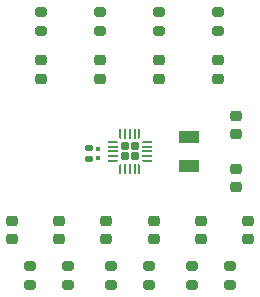
<source format=gbr>
%TF.GenerationSoftware,KiCad,Pcbnew,9.0.2*%
%TF.CreationDate,2025-05-30T03:52:38+02:00*%
%TF.ProjectId,Clock10,436c6f63-6b31-4302-9e6b-696361645f70,rev?*%
%TF.SameCoordinates,Original*%
%TF.FileFunction,Paste,Top*%
%TF.FilePolarity,Positive*%
%FSLAX46Y46*%
G04 Gerber Fmt 4.6, Leading zero omitted, Abs format (unit mm)*
G04 Created by KiCad (PCBNEW 9.0.2) date 2025-05-30 03:52:38*
%MOMM*%
%LPD*%
G01*
G04 APERTURE LIST*
G04 Aperture macros list*
%AMRoundRect*
0 Rectangle with rounded corners*
0 $1 Rounding radius*
0 $2 $3 $4 $5 $6 $7 $8 $9 X,Y pos of 4 corners*
0 Add a 4 corners polygon primitive as box body*
4,1,4,$2,$3,$4,$5,$6,$7,$8,$9,$2,$3,0*
0 Add four circle primitives for the rounded corners*
1,1,$1+$1,$2,$3*
1,1,$1+$1,$4,$5*
1,1,$1+$1,$6,$7*
1,1,$1+$1,$8,$9*
0 Add four rect primitives between the rounded corners*
20,1,$1+$1,$2,$3,$4,$5,0*
20,1,$1+$1,$4,$5,$6,$7,0*
20,1,$1+$1,$6,$7,$8,$9,0*
20,1,$1+$1,$8,$9,$2,$3,0*%
%AMFreePoly0*
4,1,14,0.334644,0.085355,0.385355,0.034644,0.400000,-0.000711,0.400000,-0.050000,0.385355,-0.085355,0.350000,-0.100000,-0.350000,-0.100000,-0.385355,-0.085355,-0.400000,-0.050000,-0.400000,0.050000,-0.385355,0.085355,-0.350000,0.100000,0.299289,0.100000,0.334644,0.085355,0.334644,0.085355,$1*%
%AMFreePoly1*
4,1,14,0.385355,0.085355,0.400000,0.050000,0.400000,0.000711,0.385355,-0.034644,0.334644,-0.085355,0.299289,-0.100000,-0.350000,-0.100000,-0.385355,-0.085355,-0.400000,-0.050000,-0.400000,0.050000,-0.385355,0.085355,-0.350000,0.100000,0.350000,0.100000,0.385355,0.085355,0.385355,0.085355,$1*%
%AMFreePoly2*
4,1,14,0.085355,0.385355,0.100000,0.350000,0.100000,-0.350000,0.085355,-0.385355,0.050000,-0.400000,-0.050000,-0.400000,-0.085355,-0.385355,-0.100000,-0.350000,-0.100000,0.299289,-0.085355,0.334644,-0.034644,0.385355,0.000711,0.400000,0.050000,0.400000,0.085355,0.385355,0.085355,0.385355,$1*%
%AMFreePoly3*
4,1,14,0.034644,0.385355,0.085355,0.334644,0.100000,0.299289,0.100000,-0.350000,0.085355,-0.385355,0.050000,-0.400000,-0.050000,-0.400000,-0.085355,-0.385355,-0.100000,-0.350000,-0.100000,0.350000,-0.085355,0.385355,-0.050000,0.400000,-0.000711,0.400000,0.034644,0.385355,0.034644,0.385355,$1*%
%AMFreePoly4*
4,1,14,0.385355,0.085355,0.400000,0.050000,0.400000,-0.050000,0.385355,-0.085355,0.350000,-0.100000,-0.299289,-0.100000,-0.334644,-0.085355,-0.385355,-0.034644,-0.400000,0.000711,-0.400000,0.050000,-0.385355,0.085355,-0.350000,0.100000,0.350000,0.100000,0.385355,0.085355,0.385355,0.085355,$1*%
%AMFreePoly5*
4,1,14,0.385355,0.085355,0.400000,0.050000,0.400000,-0.050000,0.385355,-0.085355,0.350000,-0.100000,-0.350000,-0.100000,-0.385355,-0.085355,-0.400000,-0.050000,-0.400000,-0.000711,-0.385355,0.034644,-0.334644,0.085355,-0.299289,0.100000,0.350000,0.100000,0.385355,0.085355,0.385355,0.085355,$1*%
%AMFreePoly6*
4,1,14,0.085355,0.385355,0.100000,0.350000,0.100000,-0.299289,0.085355,-0.334644,0.034644,-0.385355,-0.000711,-0.400000,-0.050000,-0.400000,-0.085355,-0.385355,-0.100000,-0.350000,-0.100000,0.350000,-0.085355,0.385355,-0.050000,0.400000,0.050000,0.400000,0.085355,0.385355,0.085355,0.385355,$1*%
%AMFreePoly7*
4,1,14,0.085355,0.385355,0.100000,0.350000,0.100000,-0.350000,0.085355,-0.385355,0.050000,-0.400000,0.000711,-0.400000,-0.034644,-0.385355,-0.085355,-0.334644,-0.100000,-0.299289,-0.100000,0.350000,-0.085355,0.385355,-0.050000,0.400000,0.050000,0.400000,0.085355,0.385355,0.085355,0.385355,$1*%
G04 Aperture macros list end*
%ADD10RoundRect,0.200000X-0.275000X0.200000X-0.275000X-0.200000X0.275000X-0.200000X0.275000X0.200000X0*%
%ADD11RoundRect,0.218750X0.256250X-0.218750X0.256250X0.218750X-0.256250X0.218750X-0.256250X-0.218750X0*%
%ADD12RoundRect,0.172500X-0.172500X-0.172500X0.172500X-0.172500X0.172500X0.172500X-0.172500X0.172500X0*%
%ADD13FreePoly0,0.000000*%
%ADD14RoundRect,0.050000X-0.350000X-0.050000X0.350000X-0.050000X0.350000X0.050000X-0.350000X0.050000X0*%
%ADD15FreePoly1,0.000000*%
%ADD16FreePoly2,0.000000*%
%ADD17RoundRect,0.050000X-0.050000X-0.350000X0.050000X-0.350000X0.050000X0.350000X-0.050000X0.350000X0*%
%ADD18FreePoly3,0.000000*%
%ADD19FreePoly4,0.000000*%
%ADD20FreePoly5,0.000000*%
%ADD21FreePoly6,0.000000*%
%ADD22FreePoly7,0.000000*%
%ADD23RoundRect,0.200000X0.275000X-0.200000X0.275000X0.200000X-0.275000X0.200000X-0.275000X-0.200000X0*%
%ADD24RoundRect,0.225000X-0.250000X0.225000X-0.250000X-0.225000X0.250000X-0.225000X0.250000X0.225000X0*%
%ADD25RoundRect,0.218750X-0.256250X0.218750X-0.256250X-0.218750X0.256250X-0.218750X0.256250X0.218750X0*%
%ADD26RoundRect,0.079500X0.100500X-0.079500X0.100500X0.079500X-0.100500X0.079500X-0.100500X-0.079500X0*%
%ADD27R,1.800000X1.000000*%
%ADD28RoundRect,0.225000X0.250000X-0.225000X0.250000X0.225000X-0.250000X0.225000X-0.250000X-0.225000X0*%
%ADD29RoundRect,0.140000X0.170000X-0.140000X0.170000X0.140000X-0.170000X0.140000X-0.170000X-0.140000X0*%
G04 APERTURE END LIST*
D10*
%TO.C,R6*%
X94750000Y-109675000D03*
X94750000Y-111325000D03*
%TD*%
D11*
%TO.C,D9*%
X106000000Y-107427500D03*
X106000000Y-105852500D03*
%TD*%
%TO.C,D5*%
X90000000Y-107427500D03*
X90000000Y-105852500D03*
%TD*%
D12*
%TO.C,U1*%
X99575000Y-99575000D03*
X99575000Y-100425000D03*
X100425000Y-99575000D03*
X100425000Y-100425000D03*
D13*
X98550000Y-99200000D03*
D14*
X98550000Y-99600000D03*
X98550000Y-100000000D03*
X98550000Y-100400000D03*
D15*
X98550000Y-100800000D03*
D16*
X99200000Y-101450000D03*
D17*
X99600000Y-101450000D03*
X100000000Y-101450000D03*
X100400000Y-101450000D03*
D18*
X100800000Y-101450000D03*
D19*
X101450000Y-100800000D03*
D14*
X101450000Y-100400000D03*
X101450000Y-100000000D03*
X101450000Y-99600000D03*
D20*
X101450000Y-99200000D03*
D21*
X100800000Y-98550000D03*
D17*
X100400000Y-98550000D03*
X100000000Y-98550000D03*
X99600000Y-98550000D03*
D22*
X99200000Y-98550000D03*
%TD*%
D11*
%TO.C,D7*%
X98000000Y-107427500D03*
X98000000Y-105852500D03*
%TD*%
D23*
%TO.C,R1*%
X92500000Y-89825000D03*
X92500000Y-88175000D03*
%TD*%
D24*
%TO.C,C1*%
X109020000Y-101475000D03*
X109020000Y-103025000D03*
%TD*%
D10*
%TO.C,R7*%
X98375000Y-109675000D03*
X98375000Y-111325000D03*
%TD*%
D25*
%TO.C,D1*%
X92500000Y-92262500D03*
X92500000Y-93837500D03*
%TD*%
D26*
%TO.C,C3*%
X97330000Y-100525000D03*
X97330000Y-99835000D03*
%TD*%
D23*
%TO.C,R4*%
X107500000Y-89825000D03*
X107500000Y-88175000D03*
%TD*%
D25*
%TO.C,D3*%
X102500000Y-92262500D03*
X102500000Y-93837500D03*
%TD*%
D11*
%TO.C,D6*%
X94000000Y-107427500D03*
X94000000Y-105852500D03*
%TD*%
D25*
%TO.C,D2*%
X97500000Y-92262500D03*
X97500000Y-93837500D03*
%TD*%
%TO.C,D4*%
X107500000Y-92262500D03*
X107500000Y-93837500D03*
%TD*%
D10*
%TO.C,R0*%
X108500000Y-109675000D03*
X108500000Y-111325000D03*
%TD*%
D11*
%TO.C,D0*%
X110000000Y-107427500D03*
X110000000Y-105852500D03*
%TD*%
D23*
%TO.C,R2*%
X97500000Y-89825000D03*
X97500000Y-88175000D03*
%TD*%
D10*
%TO.C,R8*%
X101625000Y-109675000D03*
X101625000Y-111325000D03*
%TD*%
D27*
%TO.C,Y1*%
X105020000Y-98750000D03*
X105020000Y-101250000D03*
%TD*%
D11*
%TO.C,D8*%
X102000000Y-107427500D03*
X102000000Y-105852500D03*
%TD*%
D28*
%TO.C,C2*%
X109020000Y-98525000D03*
X109020000Y-96975000D03*
%TD*%
D29*
%TO.C,C4*%
X96510000Y-100680000D03*
X96510000Y-99720000D03*
%TD*%
D10*
%TO.C,R9*%
X105250000Y-109675000D03*
X105250000Y-111325000D03*
%TD*%
%TO.C,R5*%
X91500000Y-109675000D03*
X91500000Y-111325000D03*
%TD*%
D23*
%TO.C,R3*%
X102500000Y-89825000D03*
X102500000Y-88175000D03*
%TD*%
M02*

</source>
